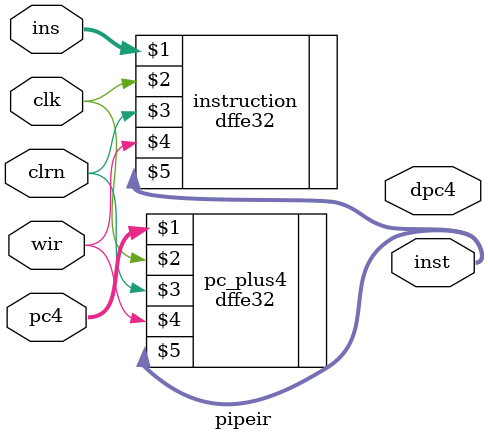
<source format=v>
`include "dffe32.v"
module pipeir (pc4,ins,wir,clk,clrn,dpc4,inst); 
	input [31:0] pc4,ins;
	input wir,clk,clrn;
	output [31:0] dpc4,inst;
dffe32 pc_plus4 (pc4,clk,clrn,wir,inst);
dffe32 instruction(ins,clk,clrn,wir,inst);
	
endmodule
</source>
